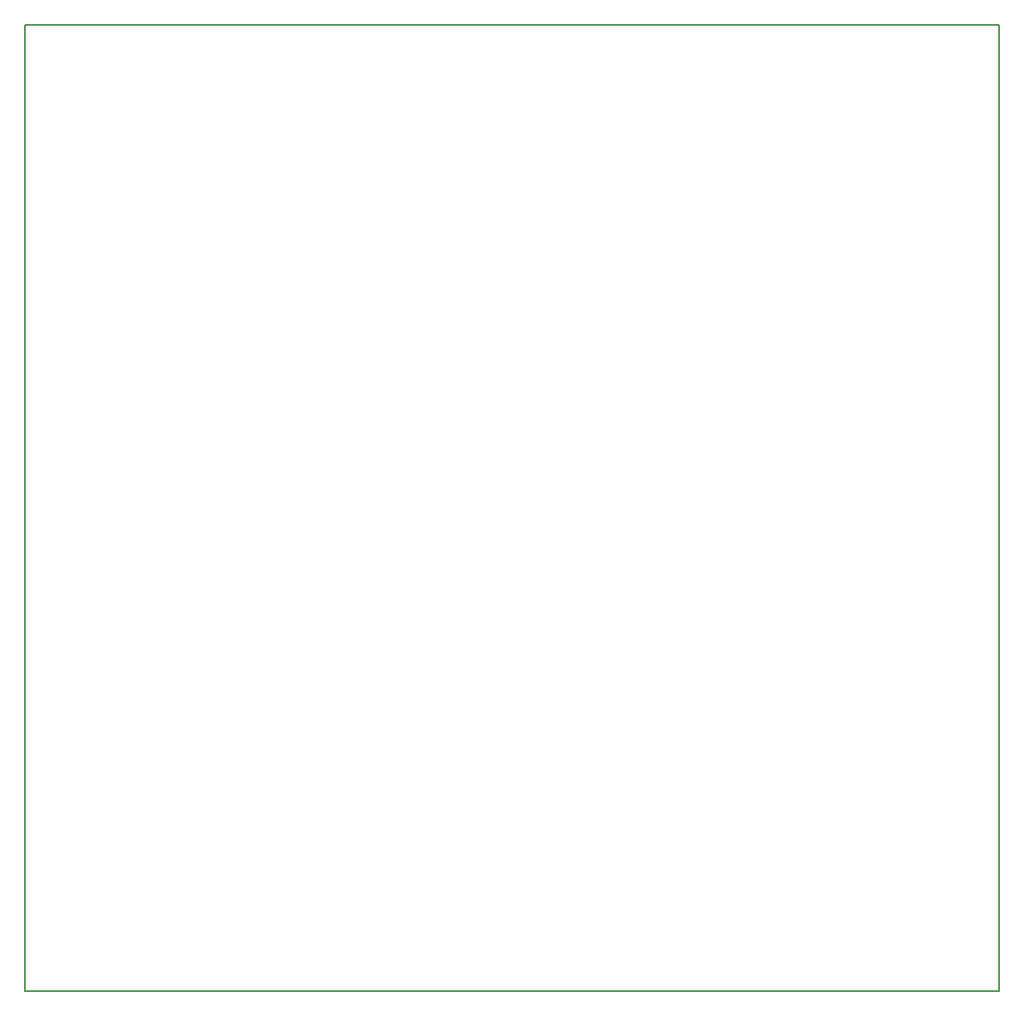
<source format=gbr>
G04 #@! TF.FileFunction,Profile,NP*
%FSLAX46Y46*%
G04 Gerber Fmt 4.6, Leading zero omitted, Abs format (unit mm)*
G04 Created by KiCad (PCBNEW 4.0.7) date 04/10/21 23:16:41*
%MOMM*%
%LPD*%
G01*
G04 APERTURE LIST*
%ADD10C,0.100000*%
%ADD11C,0.150000*%
G04 APERTURE END LIST*
D10*
D11*
X42248000Y-30206000D02*
X141562000Y-30206000D01*
X42248000Y-128758000D02*
X42248000Y-30206000D01*
X141562000Y-128758000D02*
X42248000Y-128758000D01*
X141562000Y-30206000D02*
X141562000Y-128758000D01*
M02*

</source>
